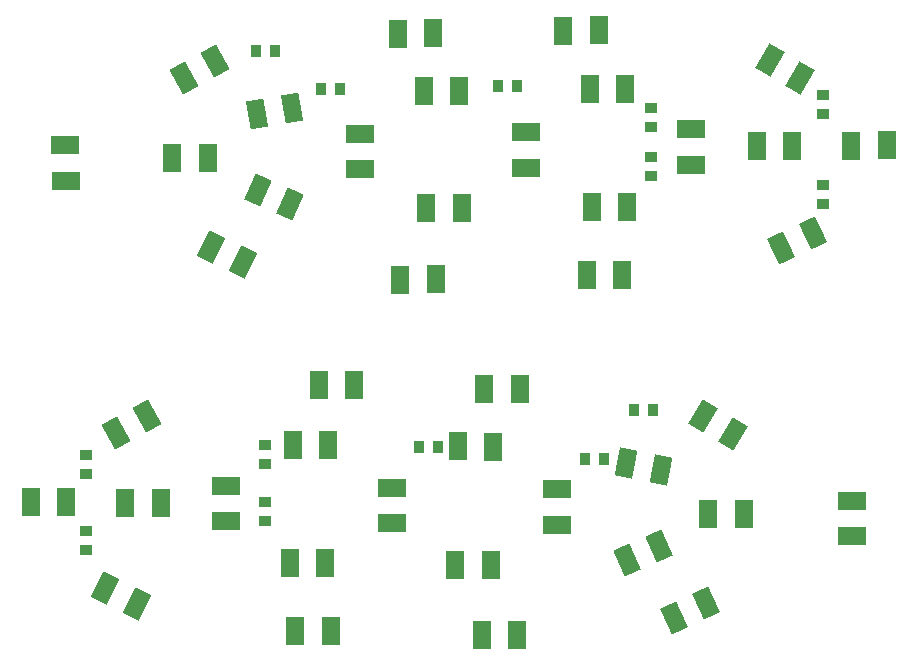
<source format=gtp>
G04 Layer_Color=8421504*
%FSLAX44Y44*%
%MOMM*%
G71*
G01*
G75*
%ADD10R,1.5000X2.4000*%
G04:AMPARAMS|DCode=11|XSize=2.4mm|YSize=1.5mm|CornerRadius=0mm|HoleSize=0mm|Usage=FLASHONLY|Rotation=179.000|XOffset=0mm|YOffset=0mm|HoleType=Round|Shape=Rectangle|*
%AMROTATEDRECTD11*
4,1,4,1.2129,0.7289,1.1867,-0.7708,-1.2129,-0.7289,-1.1867,0.7708,1.2129,0.7289,0.0*
%
%ADD11ROTATEDRECTD11*%

%ADD12R,1.1000X0.9000*%
%ADD13R,2.4000X1.5000*%
%ADD14R,0.9000X1.1000*%
G04:AMPARAMS|DCode=15|XSize=2.4mm|YSize=1.5mm|CornerRadius=0mm|HoleSize=0mm|Usage=FLASHONLY|Rotation=119.000|XOffset=0mm|YOffset=0mm|HoleType=Round|Shape=Rectangle|*
%AMROTATEDRECTD15*
4,1,4,1.2377,-0.6859,-0.0742,-1.4131,-1.2377,0.6859,0.0742,1.4131,1.2377,-0.6859,0.0*
%
%ADD15ROTATEDRECTD15*%

G04:AMPARAMS|DCode=16|XSize=2.4mm|YSize=1.5mm|CornerRadius=0mm|HoleSize=0mm|Usage=FLASHONLY|Rotation=294.500|XOffset=0mm|YOffset=0mm|HoleType=Round|Shape=Rectangle|*
%AMROTATEDRECTD16*
4,1,4,-1.1801,0.7809,0.1848,1.4030,1.1801,-0.7809,-0.1848,-1.4030,-1.1801,0.7809,0.0*
%
%ADD16ROTATEDRECTD16*%

G04:AMPARAMS|DCode=17|XSize=2.4mm|YSize=1.5mm|CornerRadius=0mm|HoleSize=0mm|Usage=FLASHONLY|Rotation=89.500|XOffset=0mm|YOffset=0mm|HoleType=Round|Shape=Rectangle|*
%AMROTATEDRECTD17*
4,1,4,0.7395,-1.2065,-0.7604,-1.1934,-0.7395,1.2065,0.7604,1.1934,0.7395,-1.2065,0.0*
%
%ADD17ROTATEDRECTD17*%

G04:AMPARAMS|DCode=18|XSize=2.4mm|YSize=1.5mm|CornerRadius=0mm|HoleSize=0mm|Usage=FLASHONLY|Rotation=64.000|XOffset=0mm|YOffset=0mm|HoleType=Round|Shape=Rectangle|*
%AMROTATEDRECTD18*
4,1,4,0.1480,-1.4073,-1.2001,-0.7498,-0.1480,1.4073,1.2001,0.7498,0.1480,-1.4073,0.0*
%
%ADD18ROTATEDRECTD18*%

G04:AMPARAMS|DCode=19|XSize=2.4mm|YSize=1.5mm|CornerRadius=0mm|HoleSize=0mm|Usage=FLASHONLY|Rotation=59.000|XOffset=0mm|YOffset=0mm|HoleType=Round|Shape=Rectangle|*
%AMROTATEDRECTD19*
4,1,4,0.0248,-1.4149,-1.2609,-0.6423,-0.0248,1.4149,1.2609,0.6423,0.0248,-1.4149,0.0*
%
%ADD19ROTATEDRECTD19*%

G04:AMPARAMS|DCode=20|XSize=2.4mm|YSize=1.5mm|CornerRadius=0mm|HoleSize=0mm|Usage=FLASHONLY|Rotation=89.000|XOffset=0mm|YOffset=0mm|HoleType=Round|Shape=Rectangle|*
%AMROTATEDRECTD20*
4,1,4,0.7289,-1.2129,-0.7708,-1.1867,-0.7289,1.2129,0.7708,1.1867,0.7289,-1.2129,0.0*
%
%ADD20ROTATEDRECTD20*%

G04:AMPARAMS|DCode=21|XSize=2.4mm|YSize=1.5mm|CornerRadius=0mm|HoleSize=0mm|Usage=FLASHONLY|Rotation=79.000|XOffset=0mm|YOffset=0mm|HoleType=Round|Shape=Rectangle|*
%AMROTATEDRECTD21*
4,1,4,0.5072,-1.3211,-0.9652,-1.0349,-0.5072,1.3211,0.9652,1.0349,0.5072,-1.3211,0.0*
%
%ADD21ROTATEDRECTD21*%

G04:AMPARAMS|DCode=22|XSize=2.4mm|YSize=1.5mm|CornerRadius=0mm|HoleSize=0mm|Usage=FLASHONLY|Rotation=294.000|XOffset=0mm|YOffset=0mm|HoleType=Round|Shape=Rectangle|*
%AMROTATEDRECTD22*
4,1,4,-1.1732,0.7912,0.1971,1.4013,1.1732,-0.7912,-0.1971,-1.4013,-1.1732,0.7912,0.0*
%
%ADD22ROTATEDRECTD22*%

G04:AMPARAMS|DCode=24|XSize=2.4mm|YSize=1.5mm|CornerRadius=0mm|HoleSize=0mm|Usage=FLASHONLY|Rotation=280.000|XOffset=0mm|YOffset=0mm|HoleType=Round|Shape=Rectangle|*
%AMROTATEDRECTD24*
4,1,4,-0.9470,1.0515,0.5302,1.3120,0.9470,-1.0515,-0.5302,-1.3120,-0.9470,1.0515,0.0*
%
%ADD24ROTATEDRECTD24*%

G04:AMPARAMS|DCode=25|XSize=2.4mm|YSize=1.5mm|CornerRadius=0mm|HoleSize=0mm|Usage=FLASHONLY|Rotation=1.000|XOffset=0mm|YOffset=0mm|HoleType=Round|Shape=Rectangle|*
%AMROTATEDRECTD25*
4,1,4,-1.1867,-0.7708,-1.2129,0.7289,1.1867,0.7708,1.2129,-0.7289,-1.1867,-0.7708,0.0*
%
%ADD25ROTATEDRECTD25*%

G04:AMPARAMS|DCode=26|XSize=2.4mm|YSize=1.5mm|CornerRadius=0mm|HoleSize=0mm|Usage=FLASHONLY|Rotation=271.000|XOffset=0mm|YOffset=0mm|HoleType=Round|Shape=Rectangle|*
%AMROTATEDRECTD26*
4,1,4,-0.7708,1.1867,0.7289,1.2129,0.7708,-1.1867,-0.7289,-1.2129,-0.7708,1.1867,0.0*
%
%ADD26ROTATEDRECTD26*%

G04:AMPARAMS|DCode=27|XSize=2.4mm|YSize=1.5mm|CornerRadius=0mm|HoleSize=0mm|Usage=FLASHONLY|Rotation=295.500|XOffset=0mm|YOffset=0mm|HoleType=Round|Shape=Rectangle|*
%AMROTATEDRECTD27*
4,1,4,-1.1936,0.7602,0.1603,1.4060,1.1936,-0.7602,-0.1603,-1.4060,-1.1936,0.7602,0.0*
%
%ADD27ROTATEDRECTD27*%

G04:AMPARAMS|DCode=28|XSize=2.4mm|YSize=1.5mm|CornerRadius=0mm|HoleSize=0mm|Usage=FLASHONLY|Rotation=240.000|XOffset=0mm|YOffset=0mm|HoleType=Round|Shape=Rectangle|*
%AMROTATEDRECTD28*
4,1,4,-0.0495,1.4142,1.2495,0.6642,0.0495,-1.4142,-1.2495,-0.6642,-0.0495,1.4142,0.0*
%
%ADD28ROTATEDRECTD28*%

G04:AMPARAMS|DCode=29|XSize=2.4mm|YSize=1.5mm|CornerRadius=0mm|HoleSize=0mm|Usage=FLASHONLY|Rotation=66.000|XOffset=0mm|YOffset=0mm|HoleType=Round|Shape=Rectangle|*
%AMROTATEDRECTD29*
4,1,4,0.1971,-1.4013,-1.1732,-0.7912,-0.1971,1.4013,1.1732,0.7912,0.1971,-1.4013,0.0*
%
%ADD29ROTATEDRECTD29*%

D10*
X454836Y49612D02*
D03*
X424836Y49613D02*
D03*
X294586Y210362D02*
D03*
X264586Y210362D02*
D03*
X316836Y260862D02*
D03*
X286836D02*
D03*
X122836Y161612D02*
D03*
X152836Y161612D02*
D03*
X42836Y162362D02*
D03*
X72836Y162362D02*
D03*
X296836Y53112D02*
D03*
X266836D02*
D03*
X262086Y110862D02*
D03*
X292086Y110862D02*
D03*
X402336Y109112D02*
D03*
X432336Y109112D02*
D03*
X616586Y151862D02*
D03*
X646586D02*
D03*
X516008Y512074D02*
D03*
X546008Y512073D02*
D03*
X547758Y411573D02*
D03*
X517758Y411574D02*
D03*
X375508Y510574D02*
D03*
X405508Y510574D02*
D03*
X407758Y411073D02*
D03*
X377758Y411074D02*
D03*
X162758Y453324D02*
D03*
X192759Y453324D02*
D03*
X687508Y463324D02*
D03*
X657508Y463324D02*
D03*
D11*
X208348Y176110D02*
D03*
X207825Y146115D02*
D03*
X737824Y133364D02*
D03*
X738348Y163360D02*
D03*
X488313Y143117D02*
D03*
X488836Y173112D02*
D03*
D12*
X241586Y162362D02*
D03*
Y146362D02*
D03*
X240837Y194362D02*
D03*
X240836Y210362D02*
D03*
X89336Y185612D02*
D03*
Y201612D02*
D03*
Y137862D02*
D03*
Y121862D02*
D03*
X568008Y454574D02*
D03*
Y438574D02*
D03*
Y479824D02*
D03*
Y495824D02*
D03*
X713259Y491074D02*
D03*
Y507074D02*
D03*
X713509Y430824D02*
D03*
Y414824D02*
D03*
D13*
X348336Y144362D02*
D03*
X348336Y174362D02*
D03*
X461758Y445323D02*
D03*
Y475324D02*
D03*
X322008Y444073D02*
D03*
X322009Y474074D02*
D03*
X602009Y477823D02*
D03*
X602009Y447824D02*
D03*
D14*
X371336Y209112D02*
D03*
X387336D02*
D03*
X512336Y198862D02*
D03*
X528336D02*
D03*
X553336Y240362D02*
D03*
X569336D02*
D03*
X454508Y514074D02*
D03*
X438508D02*
D03*
X304508Y511824D02*
D03*
X288508D02*
D03*
X249758Y544324D02*
D03*
X233759D02*
D03*
D15*
X140956Y235385D02*
D03*
X114717Y220840D02*
D03*
X172639Y521051D02*
D03*
X198878Y535596D02*
D03*
D16*
X587187Y64392D02*
D03*
X614486Y76833D02*
D03*
D17*
X456836Y257731D02*
D03*
X426837Y257993D02*
D03*
D18*
X132568Y76036D02*
D03*
X105604Y89188D02*
D03*
X222240Y364998D02*
D03*
X195277Y378149D02*
D03*
D19*
X637444Y219387D02*
D03*
X611729Y234838D02*
D03*
D20*
X434334Y209100D02*
D03*
X404339Y209624D02*
D03*
D21*
X576061Y189250D02*
D03*
X546612Y194974D02*
D03*
D22*
X547633Y112761D02*
D03*
X575040Y124963D02*
D03*
D24*
X234236Y490469D02*
D03*
X263781Y495678D02*
D03*
D25*
X72770Y434326D02*
D03*
X72247Y464321D02*
D03*
D26*
X353758Y558824D02*
D03*
X383754Y559348D02*
D03*
X513511Y354062D02*
D03*
X543506Y354585D02*
D03*
X355761Y350562D02*
D03*
X385756Y351085D02*
D03*
X493761Y561311D02*
D03*
X523756Y561836D02*
D03*
X767756Y464086D02*
D03*
X737761Y463562D02*
D03*
D27*
X677720Y377366D02*
D03*
X704797Y390281D02*
D03*
D28*
X668518Y536573D02*
D03*
X694499Y521574D02*
D03*
D29*
X262712Y414472D02*
D03*
X235305Y426675D02*
D03*
M02*

</source>
